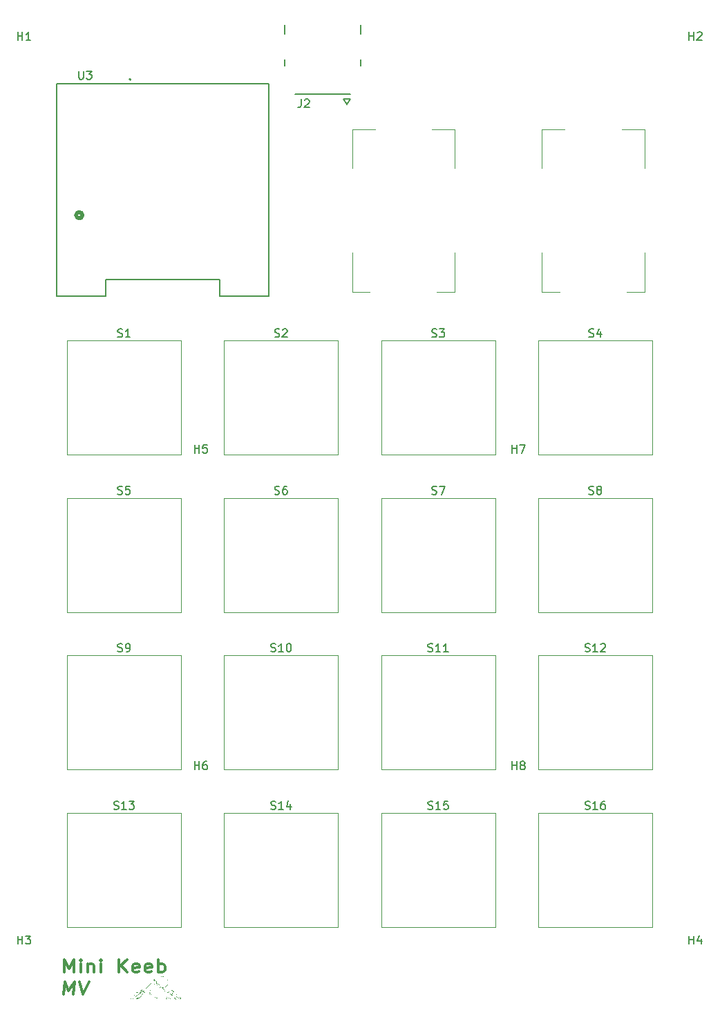
<source format=gbr>
%TF.GenerationSoftware,KiCad,Pcbnew,9.0.0*%
%TF.CreationDate,2025-06-12T15:56:33-06:00*%
%TF.ProjectId,final_macropad,66696e61-6c5f-46d6-9163-726f7061642e,rev?*%
%TF.SameCoordinates,Original*%
%TF.FileFunction,Legend,Top*%
%TF.FilePolarity,Positive*%
%FSLAX46Y46*%
G04 Gerber Fmt 4.6, Leading zero omitted, Abs format (unit mm)*
G04 Created by KiCad (PCBNEW 9.0.0) date 2025-06-12 15:56:33*
%MOMM*%
%LPD*%
G01*
G04 APERTURE LIST*
%ADD10C,0.300000*%
%ADD11C,0.150000*%
%ADD12C,0.000000*%
%ADD13C,0.120000*%
%ADD14C,0.127000*%
%ADD15C,0.200000*%
%ADD16C,0.508000*%
G04 APERTURE END LIST*
D10*
X37958701Y-139754828D02*
X37958701Y-138254828D01*
X37958701Y-138254828D02*
X38551368Y-139326257D01*
X38551368Y-139326257D02*
X39144034Y-138254828D01*
X39144034Y-138254828D02*
X39144034Y-139754828D01*
X39990701Y-139754828D02*
X39990701Y-138754828D01*
X39990701Y-138254828D02*
X39906034Y-138326257D01*
X39906034Y-138326257D02*
X39990701Y-138397685D01*
X39990701Y-138397685D02*
X40075368Y-138326257D01*
X40075368Y-138326257D02*
X39990701Y-138254828D01*
X39990701Y-138254828D02*
X39990701Y-138397685D01*
X40837368Y-138754828D02*
X40837368Y-139754828D01*
X40837368Y-138897685D02*
X40922035Y-138826257D01*
X40922035Y-138826257D02*
X41091368Y-138754828D01*
X41091368Y-138754828D02*
X41345368Y-138754828D01*
X41345368Y-138754828D02*
X41514701Y-138826257D01*
X41514701Y-138826257D02*
X41599368Y-138969114D01*
X41599368Y-138969114D02*
X41599368Y-139754828D01*
X42446035Y-139754828D02*
X42446035Y-138754828D01*
X42446035Y-138254828D02*
X42361368Y-138326257D01*
X42361368Y-138326257D02*
X42446035Y-138397685D01*
X42446035Y-138397685D02*
X42530702Y-138326257D01*
X42530702Y-138326257D02*
X42446035Y-138254828D01*
X42446035Y-138254828D02*
X42446035Y-138397685D01*
X44647369Y-139754828D02*
X44647369Y-138254828D01*
X45663369Y-139754828D02*
X44901369Y-138897685D01*
X45663369Y-138254828D02*
X44647369Y-139111971D01*
X47102702Y-139683400D02*
X46933369Y-139754828D01*
X46933369Y-139754828D02*
X46594702Y-139754828D01*
X46594702Y-139754828D02*
X46425369Y-139683400D01*
X46425369Y-139683400D02*
X46340702Y-139540542D01*
X46340702Y-139540542D02*
X46340702Y-138969114D01*
X46340702Y-138969114D02*
X46425369Y-138826257D01*
X46425369Y-138826257D02*
X46594702Y-138754828D01*
X46594702Y-138754828D02*
X46933369Y-138754828D01*
X46933369Y-138754828D02*
X47102702Y-138826257D01*
X47102702Y-138826257D02*
X47187369Y-138969114D01*
X47187369Y-138969114D02*
X47187369Y-139111971D01*
X47187369Y-139111971D02*
X46340702Y-139254828D01*
X48626702Y-139683400D02*
X48457369Y-139754828D01*
X48457369Y-139754828D02*
X48118702Y-139754828D01*
X48118702Y-139754828D02*
X47949369Y-139683400D01*
X47949369Y-139683400D02*
X47864702Y-139540542D01*
X47864702Y-139540542D02*
X47864702Y-138969114D01*
X47864702Y-138969114D02*
X47949369Y-138826257D01*
X47949369Y-138826257D02*
X48118702Y-138754828D01*
X48118702Y-138754828D02*
X48457369Y-138754828D01*
X48457369Y-138754828D02*
X48626702Y-138826257D01*
X48626702Y-138826257D02*
X48711369Y-138969114D01*
X48711369Y-138969114D02*
X48711369Y-139111971D01*
X48711369Y-139111971D02*
X47864702Y-139254828D01*
X49473369Y-139754828D02*
X49473369Y-138254828D01*
X49473369Y-138826257D02*
X49642702Y-138754828D01*
X49642702Y-138754828D02*
X49981369Y-138754828D01*
X49981369Y-138754828D02*
X50150702Y-138826257D01*
X50150702Y-138826257D02*
X50235369Y-138897685D01*
X50235369Y-138897685D02*
X50320036Y-139040542D01*
X50320036Y-139040542D02*
X50320036Y-139469114D01*
X50320036Y-139469114D02*
X50235369Y-139611971D01*
X50235369Y-139611971D02*
X50150702Y-139683400D01*
X50150702Y-139683400D02*
X49981369Y-139754828D01*
X49981369Y-139754828D02*
X49642702Y-139754828D01*
X49642702Y-139754828D02*
X49473369Y-139683400D01*
X37822772Y-142421828D02*
X38010272Y-140921828D01*
X38010272Y-140921828D02*
X38469010Y-141993257D01*
X38469010Y-141993257D02*
X39195606Y-140921828D01*
X39195606Y-140921828D02*
X39008106Y-142421828D01*
X39788272Y-140921828D02*
X40193439Y-142421828D01*
X40193439Y-142421828D02*
X40973606Y-140921828D01*
D11*
X32238095Y-136307763D02*
X32238095Y-135307763D01*
X32238095Y-135783953D02*
X32809523Y-135783953D01*
X32809523Y-136307763D02*
X32809523Y-135307763D01*
X33190476Y-135307763D02*
X33809523Y-135307763D01*
X33809523Y-135307763D02*
X33476190Y-135688715D01*
X33476190Y-135688715D02*
X33619047Y-135688715D01*
X33619047Y-135688715D02*
X33714285Y-135736334D01*
X33714285Y-135736334D02*
X33761904Y-135783953D01*
X33761904Y-135783953D02*
X33809523Y-135879191D01*
X33809523Y-135879191D02*
X33809523Y-136117286D01*
X33809523Y-136117286D02*
X33761904Y-136212524D01*
X33761904Y-136212524D02*
X33714285Y-136260144D01*
X33714285Y-136260144D02*
X33619047Y-136307763D01*
X33619047Y-136307763D02*
X33333333Y-136307763D01*
X33333333Y-136307763D02*
X33238095Y-136260144D01*
X33238095Y-136260144D02*
X33190476Y-136212524D01*
X114488095Y-136307763D02*
X114488095Y-135307763D01*
X114488095Y-135783953D02*
X115059523Y-135783953D01*
X115059523Y-136307763D02*
X115059523Y-135307763D01*
X115964285Y-135641096D02*
X115964285Y-136307763D01*
X115726190Y-135260144D02*
X115488095Y-135974429D01*
X115488095Y-135974429D02*
X116107142Y-135974429D01*
X82988095Y-61993200D02*
X83130952Y-62040819D01*
X83130952Y-62040819D02*
X83369047Y-62040819D01*
X83369047Y-62040819D02*
X83464285Y-61993200D01*
X83464285Y-61993200D02*
X83511904Y-61945580D01*
X83511904Y-61945580D02*
X83559523Y-61850342D01*
X83559523Y-61850342D02*
X83559523Y-61755104D01*
X83559523Y-61755104D02*
X83511904Y-61659866D01*
X83511904Y-61659866D02*
X83464285Y-61612247D01*
X83464285Y-61612247D02*
X83369047Y-61564628D01*
X83369047Y-61564628D02*
X83178571Y-61517009D01*
X83178571Y-61517009D02*
X83083333Y-61469390D01*
X83083333Y-61469390D02*
X83035714Y-61421771D01*
X83035714Y-61421771D02*
X82988095Y-61326533D01*
X82988095Y-61326533D02*
X82988095Y-61231295D01*
X82988095Y-61231295D02*
X83035714Y-61136057D01*
X83035714Y-61136057D02*
X83083333Y-61088438D01*
X83083333Y-61088438D02*
X83178571Y-61040819D01*
X83178571Y-61040819D02*
X83416666Y-61040819D01*
X83416666Y-61040819D02*
X83559523Y-61088438D01*
X83892857Y-61040819D02*
X84511904Y-61040819D01*
X84511904Y-61040819D02*
X84178571Y-61421771D01*
X84178571Y-61421771D02*
X84321428Y-61421771D01*
X84321428Y-61421771D02*
X84416666Y-61469390D01*
X84416666Y-61469390D02*
X84464285Y-61517009D01*
X84464285Y-61517009D02*
X84511904Y-61612247D01*
X84511904Y-61612247D02*
X84511904Y-61850342D01*
X84511904Y-61850342D02*
X84464285Y-61945580D01*
X84464285Y-61945580D02*
X84416666Y-61993200D01*
X84416666Y-61993200D02*
X84321428Y-62040819D01*
X84321428Y-62040819D02*
X84035714Y-62040819D01*
X84035714Y-62040819D02*
X83940476Y-61993200D01*
X83940476Y-61993200D02*
X83892857Y-61945580D01*
X63261905Y-119783200D02*
X63404762Y-119830819D01*
X63404762Y-119830819D02*
X63642857Y-119830819D01*
X63642857Y-119830819D02*
X63738095Y-119783200D01*
X63738095Y-119783200D02*
X63785714Y-119735580D01*
X63785714Y-119735580D02*
X63833333Y-119640342D01*
X63833333Y-119640342D02*
X63833333Y-119545104D01*
X63833333Y-119545104D02*
X63785714Y-119449866D01*
X63785714Y-119449866D02*
X63738095Y-119402247D01*
X63738095Y-119402247D02*
X63642857Y-119354628D01*
X63642857Y-119354628D02*
X63452381Y-119307009D01*
X63452381Y-119307009D02*
X63357143Y-119259390D01*
X63357143Y-119259390D02*
X63309524Y-119211771D01*
X63309524Y-119211771D02*
X63261905Y-119116533D01*
X63261905Y-119116533D02*
X63261905Y-119021295D01*
X63261905Y-119021295D02*
X63309524Y-118926057D01*
X63309524Y-118926057D02*
X63357143Y-118878438D01*
X63357143Y-118878438D02*
X63452381Y-118830819D01*
X63452381Y-118830819D02*
X63690476Y-118830819D01*
X63690476Y-118830819D02*
X63833333Y-118878438D01*
X64785714Y-119830819D02*
X64214286Y-119830819D01*
X64500000Y-119830819D02*
X64500000Y-118830819D01*
X64500000Y-118830819D02*
X64404762Y-118973676D01*
X64404762Y-118973676D02*
X64309524Y-119068914D01*
X64309524Y-119068914D02*
X64214286Y-119116533D01*
X65642857Y-119164152D02*
X65642857Y-119830819D01*
X65404762Y-118783200D02*
X65166667Y-119497485D01*
X65166667Y-119497485D02*
X65785714Y-119497485D01*
X63738095Y-81243200D02*
X63880952Y-81290819D01*
X63880952Y-81290819D02*
X64119047Y-81290819D01*
X64119047Y-81290819D02*
X64214285Y-81243200D01*
X64214285Y-81243200D02*
X64261904Y-81195580D01*
X64261904Y-81195580D02*
X64309523Y-81100342D01*
X64309523Y-81100342D02*
X64309523Y-81005104D01*
X64309523Y-81005104D02*
X64261904Y-80909866D01*
X64261904Y-80909866D02*
X64214285Y-80862247D01*
X64214285Y-80862247D02*
X64119047Y-80814628D01*
X64119047Y-80814628D02*
X63928571Y-80767009D01*
X63928571Y-80767009D02*
X63833333Y-80719390D01*
X63833333Y-80719390D02*
X63785714Y-80671771D01*
X63785714Y-80671771D02*
X63738095Y-80576533D01*
X63738095Y-80576533D02*
X63738095Y-80481295D01*
X63738095Y-80481295D02*
X63785714Y-80386057D01*
X63785714Y-80386057D02*
X63833333Y-80338438D01*
X63833333Y-80338438D02*
X63928571Y-80290819D01*
X63928571Y-80290819D02*
X64166666Y-80290819D01*
X64166666Y-80290819D02*
X64309523Y-80338438D01*
X65166666Y-80290819D02*
X64976190Y-80290819D01*
X64976190Y-80290819D02*
X64880952Y-80338438D01*
X64880952Y-80338438D02*
X64833333Y-80386057D01*
X64833333Y-80386057D02*
X64738095Y-80528914D01*
X64738095Y-80528914D02*
X64690476Y-80719390D01*
X64690476Y-80719390D02*
X64690476Y-81100342D01*
X64690476Y-81100342D02*
X64738095Y-81195580D01*
X64738095Y-81195580D02*
X64785714Y-81243200D01*
X64785714Y-81243200D02*
X64880952Y-81290819D01*
X64880952Y-81290819D02*
X65071428Y-81290819D01*
X65071428Y-81290819D02*
X65166666Y-81243200D01*
X65166666Y-81243200D02*
X65214285Y-81195580D01*
X65214285Y-81195580D02*
X65261904Y-81100342D01*
X65261904Y-81100342D02*
X65261904Y-80862247D01*
X65261904Y-80862247D02*
X65214285Y-80767009D01*
X65214285Y-80767009D02*
X65166666Y-80719390D01*
X65166666Y-80719390D02*
X65071428Y-80671771D01*
X65071428Y-80671771D02*
X64880952Y-80671771D01*
X64880952Y-80671771D02*
X64785714Y-80719390D01*
X64785714Y-80719390D02*
X64738095Y-80767009D01*
X64738095Y-80767009D02*
X64690476Y-80862247D01*
X92808095Y-114964819D02*
X92808095Y-113964819D01*
X92808095Y-114441009D02*
X93379523Y-114441009D01*
X93379523Y-114964819D02*
X93379523Y-113964819D01*
X93998571Y-114393390D02*
X93903333Y-114345771D01*
X93903333Y-114345771D02*
X93855714Y-114298152D01*
X93855714Y-114298152D02*
X93808095Y-114202914D01*
X93808095Y-114202914D02*
X93808095Y-114155295D01*
X93808095Y-114155295D02*
X93855714Y-114060057D01*
X93855714Y-114060057D02*
X93903333Y-114012438D01*
X93903333Y-114012438D02*
X93998571Y-113964819D01*
X93998571Y-113964819D02*
X94189047Y-113964819D01*
X94189047Y-113964819D02*
X94284285Y-114012438D01*
X94284285Y-114012438D02*
X94331904Y-114060057D01*
X94331904Y-114060057D02*
X94379523Y-114155295D01*
X94379523Y-114155295D02*
X94379523Y-114202914D01*
X94379523Y-114202914D02*
X94331904Y-114298152D01*
X94331904Y-114298152D02*
X94284285Y-114345771D01*
X94284285Y-114345771D02*
X94189047Y-114393390D01*
X94189047Y-114393390D02*
X93998571Y-114393390D01*
X93998571Y-114393390D02*
X93903333Y-114441009D01*
X93903333Y-114441009D02*
X93855714Y-114488628D01*
X93855714Y-114488628D02*
X93808095Y-114583866D01*
X93808095Y-114583866D02*
X93808095Y-114774342D01*
X93808095Y-114774342D02*
X93855714Y-114869580D01*
X93855714Y-114869580D02*
X93903333Y-114917200D01*
X93903333Y-114917200D02*
X93998571Y-114964819D01*
X93998571Y-114964819D02*
X94189047Y-114964819D01*
X94189047Y-114964819D02*
X94284285Y-114917200D01*
X94284285Y-114917200D02*
X94331904Y-114869580D01*
X94331904Y-114869580D02*
X94379523Y-114774342D01*
X94379523Y-114774342D02*
X94379523Y-114583866D01*
X94379523Y-114583866D02*
X94331904Y-114488628D01*
X94331904Y-114488628D02*
X94284285Y-114441009D01*
X94284285Y-114441009D02*
X94189047Y-114393390D01*
X53908095Y-76214819D02*
X53908095Y-75214819D01*
X53908095Y-75691009D02*
X54479523Y-75691009D01*
X54479523Y-76214819D02*
X54479523Y-75214819D01*
X55431904Y-75214819D02*
X54955714Y-75214819D01*
X54955714Y-75214819D02*
X54908095Y-75691009D01*
X54908095Y-75691009D02*
X54955714Y-75643390D01*
X54955714Y-75643390D02*
X55050952Y-75595771D01*
X55050952Y-75595771D02*
X55289047Y-75595771D01*
X55289047Y-75595771D02*
X55384285Y-75643390D01*
X55384285Y-75643390D02*
X55431904Y-75691009D01*
X55431904Y-75691009D02*
X55479523Y-75786247D01*
X55479523Y-75786247D02*
X55479523Y-76024342D01*
X55479523Y-76024342D02*
X55431904Y-76119580D01*
X55431904Y-76119580D02*
X55384285Y-76167200D01*
X55384285Y-76167200D02*
X55289047Y-76214819D01*
X55289047Y-76214819D02*
X55050952Y-76214819D01*
X55050952Y-76214819D02*
X54955714Y-76167200D01*
X54955714Y-76167200D02*
X54908095Y-76119580D01*
X82988095Y-81243200D02*
X83130952Y-81290819D01*
X83130952Y-81290819D02*
X83369047Y-81290819D01*
X83369047Y-81290819D02*
X83464285Y-81243200D01*
X83464285Y-81243200D02*
X83511904Y-81195580D01*
X83511904Y-81195580D02*
X83559523Y-81100342D01*
X83559523Y-81100342D02*
X83559523Y-81005104D01*
X83559523Y-81005104D02*
X83511904Y-80909866D01*
X83511904Y-80909866D02*
X83464285Y-80862247D01*
X83464285Y-80862247D02*
X83369047Y-80814628D01*
X83369047Y-80814628D02*
X83178571Y-80767009D01*
X83178571Y-80767009D02*
X83083333Y-80719390D01*
X83083333Y-80719390D02*
X83035714Y-80671771D01*
X83035714Y-80671771D02*
X82988095Y-80576533D01*
X82988095Y-80576533D02*
X82988095Y-80481295D01*
X82988095Y-80481295D02*
X83035714Y-80386057D01*
X83035714Y-80386057D02*
X83083333Y-80338438D01*
X83083333Y-80338438D02*
X83178571Y-80290819D01*
X83178571Y-80290819D02*
X83416666Y-80290819D01*
X83416666Y-80290819D02*
X83559523Y-80338438D01*
X83892857Y-80290819D02*
X84559523Y-80290819D01*
X84559523Y-80290819D02*
X84130952Y-81290819D01*
X102238095Y-61993200D02*
X102380952Y-62040819D01*
X102380952Y-62040819D02*
X102619047Y-62040819D01*
X102619047Y-62040819D02*
X102714285Y-61993200D01*
X102714285Y-61993200D02*
X102761904Y-61945580D01*
X102761904Y-61945580D02*
X102809523Y-61850342D01*
X102809523Y-61850342D02*
X102809523Y-61755104D01*
X102809523Y-61755104D02*
X102761904Y-61659866D01*
X102761904Y-61659866D02*
X102714285Y-61612247D01*
X102714285Y-61612247D02*
X102619047Y-61564628D01*
X102619047Y-61564628D02*
X102428571Y-61517009D01*
X102428571Y-61517009D02*
X102333333Y-61469390D01*
X102333333Y-61469390D02*
X102285714Y-61421771D01*
X102285714Y-61421771D02*
X102238095Y-61326533D01*
X102238095Y-61326533D02*
X102238095Y-61231295D01*
X102238095Y-61231295D02*
X102285714Y-61136057D01*
X102285714Y-61136057D02*
X102333333Y-61088438D01*
X102333333Y-61088438D02*
X102428571Y-61040819D01*
X102428571Y-61040819D02*
X102666666Y-61040819D01*
X102666666Y-61040819D02*
X102809523Y-61088438D01*
X103666666Y-61374152D02*
X103666666Y-62040819D01*
X103428571Y-60993200D02*
X103190476Y-61707485D01*
X103190476Y-61707485D02*
X103809523Y-61707485D01*
X102238095Y-81243200D02*
X102380952Y-81290819D01*
X102380952Y-81290819D02*
X102619047Y-81290819D01*
X102619047Y-81290819D02*
X102714285Y-81243200D01*
X102714285Y-81243200D02*
X102761904Y-81195580D01*
X102761904Y-81195580D02*
X102809523Y-81100342D01*
X102809523Y-81100342D02*
X102809523Y-81005104D01*
X102809523Y-81005104D02*
X102761904Y-80909866D01*
X102761904Y-80909866D02*
X102714285Y-80862247D01*
X102714285Y-80862247D02*
X102619047Y-80814628D01*
X102619047Y-80814628D02*
X102428571Y-80767009D01*
X102428571Y-80767009D02*
X102333333Y-80719390D01*
X102333333Y-80719390D02*
X102285714Y-80671771D01*
X102285714Y-80671771D02*
X102238095Y-80576533D01*
X102238095Y-80576533D02*
X102238095Y-80481295D01*
X102238095Y-80481295D02*
X102285714Y-80386057D01*
X102285714Y-80386057D02*
X102333333Y-80338438D01*
X102333333Y-80338438D02*
X102428571Y-80290819D01*
X102428571Y-80290819D02*
X102666666Y-80290819D01*
X102666666Y-80290819D02*
X102809523Y-80338438D01*
X103380952Y-80719390D02*
X103285714Y-80671771D01*
X103285714Y-80671771D02*
X103238095Y-80624152D01*
X103238095Y-80624152D02*
X103190476Y-80528914D01*
X103190476Y-80528914D02*
X103190476Y-80481295D01*
X103190476Y-80481295D02*
X103238095Y-80386057D01*
X103238095Y-80386057D02*
X103285714Y-80338438D01*
X103285714Y-80338438D02*
X103380952Y-80290819D01*
X103380952Y-80290819D02*
X103571428Y-80290819D01*
X103571428Y-80290819D02*
X103666666Y-80338438D01*
X103666666Y-80338438D02*
X103714285Y-80386057D01*
X103714285Y-80386057D02*
X103761904Y-80481295D01*
X103761904Y-80481295D02*
X103761904Y-80528914D01*
X103761904Y-80528914D02*
X103714285Y-80624152D01*
X103714285Y-80624152D02*
X103666666Y-80671771D01*
X103666666Y-80671771D02*
X103571428Y-80719390D01*
X103571428Y-80719390D02*
X103380952Y-80719390D01*
X103380952Y-80719390D02*
X103285714Y-80767009D01*
X103285714Y-80767009D02*
X103238095Y-80814628D01*
X103238095Y-80814628D02*
X103190476Y-80909866D01*
X103190476Y-80909866D02*
X103190476Y-81100342D01*
X103190476Y-81100342D02*
X103238095Y-81195580D01*
X103238095Y-81195580D02*
X103285714Y-81243200D01*
X103285714Y-81243200D02*
X103380952Y-81290819D01*
X103380952Y-81290819D02*
X103571428Y-81290819D01*
X103571428Y-81290819D02*
X103666666Y-81243200D01*
X103666666Y-81243200D02*
X103714285Y-81195580D01*
X103714285Y-81195580D02*
X103761904Y-81100342D01*
X103761904Y-81100342D02*
X103761904Y-80909866D01*
X103761904Y-80909866D02*
X103714285Y-80814628D01*
X103714285Y-80814628D02*
X103666666Y-80767009D01*
X103666666Y-80767009D02*
X103571428Y-80719390D01*
X32238095Y-25701875D02*
X32238095Y-24701875D01*
X32238095Y-25178065D02*
X32809523Y-25178065D01*
X32809523Y-25701875D02*
X32809523Y-24701875D01*
X33809523Y-25701875D02*
X33238095Y-25701875D01*
X33523809Y-25701875D02*
X33523809Y-24701875D01*
X33523809Y-24701875D02*
X33428571Y-24844732D01*
X33428571Y-24844732D02*
X33333333Y-24939970D01*
X33333333Y-24939970D02*
X33238095Y-24987589D01*
X53908095Y-114964819D02*
X53908095Y-113964819D01*
X53908095Y-114441009D02*
X54479523Y-114441009D01*
X54479523Y-114964819D02*
X54479523Y-113964819D01*
X55384285Y-113964819D02*
X55193809Y-113964819D01*
X55193809Y-113964819D02*
X55098571Y-114012438D01*
X55098571Y-114012438D02*
X55050952Y-114060057D01*
X55050952Y-114060057D02*
X54955714Y-114202914D01*
X54955714Y-114202914D02*
X54908095Y-114393390D01*
X54908095Y-114393390D02*
X54908095Y-114774342D01*
X54908095Y-114774342D02*
X54955714Y-114869580D01*
X54955714Y-114869580D02*
X55003333Y-114917200D01*
X55003333Y-114917200D02*
X55098571Y-114964819D01*
X55098571Y-114964819D02*
X55289047Y-114964819D01*
X55289047Y-114964819D02*
X55384285Y-114917200D01*
X55384285Y-114917200D02*
X55431904Y-114869580D01*
X55431904Y-114869580D02*
X55479523Y-114774342D01*
X55479523Y-114774342D02*
X55479523Y-114536247D01*
X55479523Y-114536247D02*
X55431904Y-114441009D01*
X55431904Y-114441009D02*
X55384285Y-114393390D01*
X55384285Y-114393390D02*
X55289047Y-114345771D01*
X55289047Y-114345771D02*
X55098571Y-114345771D01*
X55098571Y-114345771D02*
X55003333Y-114393390D01*
X55003333Y-114393390D02*
X54955714Y-114441009D01*
X54955714Y-114441009D02*
X54908095Y-114536247D01*
X44488095Y-81243200D02*
X44630952Y-81290819D01*
X44630952Y-81290819D02*
X44869047Y-81290819D01*
X44869047Y-81290819D02*
X44964285Y-81243200D01*
X44964285Y-81243200D02*
X45011904Y-81195580D01*
X45011904Y-81195580D02*
X45059523Y-81100342D01*
X45059523Y-81100342D02*
X45059523Y-81005104D01*
X45059523Y-81005104D02*
X45011904Y-80909866D01*
X45011904Y-80909866D02*
X44964285Y-80862247D01*
X44964285Y-80862247D02*
X44869047Y-80814628D01*
X44869047Y-80814628D02*
X44678571Y-80767009D01*
X44678571Y-80767009D02*
X44583333Y-80719390D01*
X44583333Y-80719390D02*
X44535714Y-80671771D01*
X44535714Y-80671771D02*
X44488095Y-80576533D01*
X44488095Y-80576533D02*
X44488095Y-80481295D01*
X44488095Y-80481295D02*
X44535714Y-80386057D01*
X44535714Y-80386057D02*
X44583333Y-80338438D01*
X44583333Y-80338438D02*
X44678571Y-80290819D01*
X44678571Y-80290819D02*
X44916666Y-80290819D01*
X44916666Y-80290819D02*
X45059523Y-80338438D01*
X45964285Y-80290819D02*
X45488095Y-80290819D01*
X45488095Y-80290819D02*
X45440476Y-80767009D01*
X45440476Y-80767009D02*
X45488095Y-80719390D01*
X45488095Y-80719390D02*
X45583333Y-80671771D01*
X45583333Y-80671771D02*
X45821428Y-80671771D01*
X45821428Y-80671771D02*
X45916666Y-80719390D01*
X45916666Y-80719390D02*
X45964285Y-80767009D01*
X45964285Y-80767009D02*
X46011904Y-80862247D01*
X46011904Y-80862247D02*
X46011904Y-81100342D01*
X46011904Y-81100342D02*
X45964285Y-81195580D01*
X45964285Y-81195580D02*
X45916666Y-81243200D01*
X45916666Y-81243200D02*
X45821428Y-81290819D01*
X45821428Y-81290819D02*
X45583333Y-81290819D01*
X45583333Y-81290819D02*
X45488095Y-81243200D01*
X45488095Y-81243200D02*
X45440476Y-81195580D01*
X44488095Y-61993200D02*
X44630952Y-62040819D01*
X44630952Y-62040819D02*
X44869047Y-62040819D01*
X44869047Y-62040819D02*
X44964285Y-61993200D01*
X44964285Y-61993200D02*
X45011904Y-61945580D01*
X45011904Y-61945580D02*
X45059523Y-61850342D01*
X45059523Y-61850342D02*
X45059523Y-61755104D01*
X45059523Y-61755104D02*
X45011904Y-61659866D01*
X45011904Y-61659866D02*
X44964285Y-61612247D01*
X44964285Y-61612247D02*
X44869047Y-61564628D01*
X44869047Y-61564628D02*
X44678571Y-61517009D01*
X44678571Y-61517009D02*
X44583333Y-61469390D01*
X44583333Y-61469390D02*
X44535714Y-61421771D01*
X44535714Y-61421771D02*
X44488095Y-61326533D01*
X44488095Y-61326533D02*
X44488095Y-61231295D01*
X44488095Y-61231295D02*
X44535714Y-61136057D01*
X44535714Y-61136057D02*
X44583333Y-61088438D01*
X44583333Y-61088438D02*
X44678571Y-61040819D01*
X44678571Y-61040819D02*
X44916666Y-61040819D01*
X44916666Y-61040819D02*
X45059523Y-61088438D01*
X46011904Y-62040819D02*
X45440476Y-62040819D01*
X45726190Y-62040819D02*
X45726190Y-61040819D01*
X45726190Y-61040819D02*
X45630952Y-61183676D01*
X45630952Y-61183676D02*
X45535714Y-61278914D01*
X45535714Y-61278914D02*
X45440476Y-61326533D01*
X63261905Y-100493200D02*
X63404762Y-100540819D01*
X63404762Y-100540819D02*
X63642857Y-100540819D01*
X63642857Y-100540819D02*
X63738095Y-100493200D01*
X63738095Y-100493200D02*
X63785714Y-100445580D01*
X63785714Y-100445580D02*
X63833333Y-100350342D01*
X63833333Y-100350342D02*
X63833333Y-100255104D01*
X63833333Y-100255104D02*
X63785714Y-100159866D01*
X63785714Y-100159866D02*
X63738095Y-100112247D01*
X63738095Y-100112247D02*
X63642857Y-100064628D01*
X63642857Y-100064628D02*
X63452381Y-100017009D01*
X63452381Y-100017009D02*
X63357143Y-99969390D01*
X63357143Y-99969390D02*
X63309524Y-99921771D01*
X63309524Y-99921771D02*
X63261905Y-99826533D01*
X63261905Y-99826533D02*
X63261905Y-99731295D01*
X63261905Y-99731295D02*
X63309524Y-99636057D01*
X63309524Y-99636057D02*
X63357143Y-99588438D01*
X63357143Y-99588438D02*
X63452381Y-99540819D01*
X63452381Y-99540819D02*
X63690476Y-99540819D01*
X63690476Y-99540819D02*
X63833333Y-99588438D01*
X64785714Y-100540819D02*
X64214286Y-100540819D01*
X64500000Y-100540819D02*
X64500000Y-99540819D01*
X64500000Y-99540819D02*
X64404762Y-99683676D01*
X64404762Y-99683676D02*
X64309524Y-99778914D01*
X64309524Y-99778914D02*
X64214286Y-99826533D01*
X65404762Y-99540819D02*
X65500000Y-99540819D01*
X65500000Y-99540819D02*
X65595238Y-99588438D01*
X65595238Y-99588438D02*
X65642857Y-99636057D01*
X65642857Y-99636057D02*
X65690476Y-99731295D01*
X65690476Y-99731295D02*
X65738095Y-99921771D01*
X65738095Y-99921771D02*
X65738095Y-100159866D01*
X65738095Y-100159866D02*
X65690476Y-100350342D01*
X65690476Y-100350342D02*
X65642857Y-100445580D01*
X65642857Y-100445580D02*
X65595238Y-100493200D01*
X65595238Y-100493200D02*
X65500000Y-100540819D01*
X65500000Y-100540819D02*
X65404762Y-100540819D01*
X65404762Y-100540819D02*
X65309524Y-100493200D01*
X65309524Y-100493200D02*
X65261905Y-100445580D01*
X65261905Y-100445580D02*
X65214286Y-100350342D01*
X65214286Y-100350342D02*
X65166667Y-100159866D01*
X65166667Y-100159866D02*
X65166667Y-99921771D01*
X65166667Y-99921771D02*
X65214286Y-99731295D01*
X65214286Y-99731295D02*
X65261905Y-99636057D01*
X65261905Y-99636057D02*
X65309524Y-99588438D01*
X65309524Y-99588438D02*
X65404762Y-99540819D01*
X92808095Y-76214819D02*
X92808095Y-75214819D01*
X92808095Y-75691009D02*
X93379523Y-75691009D01*
X93379523Y-76214819D02*
X93379523Y-75214819D01*
X93760476Y-75214819D02*
X94427142Y-75214819D01*
X94427142Y-75214819D02*
X93998571Y-76214819D01*
X114488095Y-25701875D02*
X114488095Y-24701875D01*
X114488095Y-25178065D02*
X115059523Y-25178065D01*
X115059523Y-25701875D02*
X115059523Y-24701875D01*
X115488095Y-24797113D02*
X115535714Y-24749494D01*
X115535714Y-24749494D02*
X115630952Y-24701875D01*
X115630952Y-24701875D02*
X115869047Y-24701875D01*
X115869047Y-24701875D02*
X115964285Y-24749494D01*
X115964285Y-24749494D02*
X116011904Y-24797113D01*
X116011904Y-24797113D02*
X116059523Y-24892351D01*
X116059523Y-24892351D02*
X116059523Y-24987589D01*
X116059523Y-24987589D02*
X116011904Y-25130446D01*
X116011904Y-25130446D02*
X115440476Y-25701875D01*
X115440476Y-25701875D02*
X116059523Y-25701875D01*
X101761905Y-100493200D02*
X101904762Y-100540819D01*
X101904762Y-100540819D02*
X102142857Y-100540819D01*
X102142857Y-100540819D02*
X102238095Y-100493200D01*
X102238095Y-100493200D02*
X102285714Y-100445580D01*
X102285714Y-100445580D02*
X102333333Y-100350342D01*
X102333333Y-100350342D02*
X102333333Y-100255104D01*
X102333333Y-100255104D02*
X102285714Y-100159866D01*
X102285714Y-100159866D02*
X102238095Y-100112247D01*
X102238095Y-100112247D02*
X102142857Y-100064628D01*
X102142857Y-100064628D02*
X101952381Y-100017009D01*
X101952381Y-100017009D02*
X101857143Y-99969390D01*
X101857143Y-99969390D02*
X101809524Y-99921771D01*
X101809524Y-99921771D02*
X101761905Y-99826533D01*
X101761905Y-99826533D02*
X101761905Y-99731295D01*
X101761905Y-99731295D02*
X101809524Y-99636057D01*
X101809524Y-99636057D02*
X101857143Y-99588438D01*
X101857143Y-99588438D02*
X101952381Y-99540819D01*
X101952381Y-99540819D02*
X102190476Y-99540819D01*
X102190476Y-99540819D02*
X102333333Y-99588438D01*
X103285714Y-100540819D02*
X102714286Y-100540819D01*
X103000000Y-100540819D02*
X103000000Y-99540819D01*
X103000000Y-99540819D02*
X102904762Y-99683676D01*
X102904762Y-99683676D02*
X102809524Y-99778914D01*
X102809524Y-99778914D02*
X102714286Y-99826533D01*
X103666667Y-99636057D02*
X103714286Y-99588438D01*
X103714286Y-99588438D02*
X103809524Y-99540819D01*
X103809524Y-99540819D02*
X104047619Y-99540819D01*
X104047619Y-99540819D02*
X104142857Y-99588438D01*
X104142857Y-99588438D02*
X104190476Y-99636057D01*
X104190476Y-99636057D02*
X104238095Y-99731295D01*
X104238095Y-99731295D02*
X104238095Y-99826533D01*
X104238095Y-99826533D02*
X104190476Y-99969390D01*
X104190476Y-99969390D02*
X103619048Y-100540819D01*
X103619048Y-100540819D02*
X104238095Y-100540819D01*
X39713095Y-29484819D02*
X39713095Y-30294342D01*
X39713095Y-30294342D02*
X39760714Y-30389580D01*
X39760714Y-30389580D02*
X39808333Y-30437200D01*
X39808333Y-30437200D02*
X39903571Y-30484819D01*
X39903571Y-30484819D02*
X40094047Y-30484819D01*
X40094047Y-30484819D02*
X40189285Y-30437200D01*
X40189285Y-30437200D02*
X40236904Y-30389580D01*
X40236904Y-30389580D02*
X40284523Y-30294342D01*
X40284523Y-30294342D02*
X40284523Y-29484819D01*
X40665476Y-29484819D02*
X41284523Y-29484819D01*
X41284523Y-29484819D02*
X40951190Y-29865771D01*
X40951190Y-29865771D02*
X41094047Y-29865771D01*
X41094047Y-29865771D02*
X41189285Y-29913390D01*
X41189285Y-29913390D02*
X41236904Y-29961009D01*
X41236904Y-29961009D02*
X41284523Y-30056247D01*
X41284523Y-30056247D02*
X41284523Y-30294342D01*
X41284523Y-30294342D02*
X41236904Y-30389580D01*
X41236904Y-30389580D02*
X41189285Y-30437200D01*
X41189285Y-30437200D02*
X41094047Y-30484819D01*
X41094047Y-30484819D02*
X40808333Y-30484819D01*
X40808333Y-30484819D02*
X40713095Y-30437200D01*
X40713095Y-30437200D02*
X40665476Y-30389580D01*
X63738095Y-61993200D02*
X63880952Y-62040819D01*
X63880952Y-62040819D02*
X64119047Y-62040819D01*
X64119047Y-62040819D02*
X64214285Y-61993200D01*
X64214285Y-61993200D02*
X64261904Y-61945580D01*
X64261904Y-61945580D02*
X64309523Y-61850342D01*
X64309523Y-61850342D02*
X64309523Y-61755104D01*
X64309523Y-61755104D02*
X64261904Y-61659866D01*
X64261904Y-61659866D02*
X64214285Y-61612247D01*
X64214285Y-61612247D02*
X64119047Y-61564628D01*
X64119047Y-61564628D02*
X63928571Y-61517009D01*
X63928571Y-61517009D02*
X63833333Y-61469390D01*
X63833333Y-61469390D02*
X63785714Y-61421771D01*
X63785714Y-61421771D02*
X63738095Y-61326533D01*
X63738095Y-61326533D02*
X63738095Y-61231295D01*
X63738095Y-61231295D02*
X63785714Y-61136057D01*
X63785714Y-61136057D02*
X63833333Y-61088438D01*
X63833333Y-61088438D02*
X63928571Y-61040819D01*
X63928571Y-61040819D02*
X64166666Y-61040819D01*
X64166666Y-61040819D02*
X64309523Y-61088438D01*
X64690476Y-61136057D02*
X64738095Y-61088438D01*
X64738095Y-61088438D02*
X64833333Y-61040819D01*
X64833333Y-61040819D02*
X65071428Y-61040819D01*
X65071428Y-61040819D02*
X65166666Y-61088438D01*
X65166666Y-61088438D02*
X65214285Y-61136057D01*
X65214285Y-61136057D02*
X65261904Y-61231295D01*
X65261904Y-61231295D02*
X65261904Y-61326533D01*
X65261904Y-61326533D02*
X65214285Y-61469390D01*
X65214285Y-61469390D02*
X64642857Y-62040819D01*
X64642857Y-62040819D02*
X65261904Y-62040819D01*
X44488095Y-100493200D02*
X44630952Y-100540819D01*
X44630952Y-100540819D02*
X44869047Y-100540819D01*
X44869047Y-100540819D02*
X44964285Y-100493200D01*
X44964285Y-100493200D02*
X45011904Y-100445580D01*
X45011904Y-100445580D02*
X45059523Y-100350342D01*
X45059523Y-100350342D02*
X45059523Y-100255104D01*
X45059523Y-100255104D02*
X45011904Y-100159866D01*
X45011904Y-100159866D02*
X44964285Y-100112247D01*
X44964285Y-100112247D02*
X44869047Y-100064628D01*
X44869047Y-100064628D02*
X44678571Y-100017009D01*
X44678571Y-100017009D02*
X44583333Y-99969390D01*
X44583333Y-99969390D02*
X44535714Y-99921771D01*
X44535714Y-99921771D02*
X44488095Y-99826533D01*
X44488095Y-99826533D02*
X44488095Y-99731295D01*
X44488095Y-99731295D02*
X44535714Y-99636057D01*
X44535714Y-99636057D02*
X44583333Y-99588438D01*
X44583333Y-99588438D02*
X44678571Y-99540819D01*
X44678571Y-99540819D02*
X44916666Y-99540819D01*
X44916666Y-99540819D02*
X45059523Y-99588438D01*
X45535714Y-100540819D02*
X45726190Y-100540819D01*
X45726190Y-100540819D02*
X45821428Y-100493200D01*
X45821428Y-100493200D02*
X45869047Y-100445580D01*
X45869047Y-100445580D02*
X45964285Y-100302723D01*
X45964285Y-100302723D02*
X46011904Y-100112247D01*
X46011904Y-100112247D02*
X46011904Y-99731295D01*
X46011904Y-99731295D02*
X45964285Y-99636057D01*
X45964285Y-99636057D02*
X45916666Y-99588438D01*
X45916666Y-99588438D02*
X45821428Y-99540819D01*
X45821428Y-99540819D02*
X45630952Y-99540819D01*
X45630952Y-99540819D02*
X45535714Y-99588438D01*
X45535714Y-99588438D02*
X45488095Y-99636057D01*
X45488095Y-99636057D02*
X45440476Y-99731295D01*
X45440476Y-99731295D02*
X45440476Y-99969390D01*
X45440476Y-99969390D02*
X45488095Y-100064628D01*
X45488095Y-100064628D02*
X45535714Y-100112247D01*
X45535714Y-100112247D02*
X45630952Y-100159866D01*
X45630952Y-100159866D02*
X45821428Y-100159866D01*
X45821428Y-100159866D02*
X45916666Y-100112247D01*
X45916666Y-100112247D02*
X45964285Y-100064628D01*
X45964285Y-100064628D02*
X46011904Y-99969390D01*
X66965166Y-32939319D02*
X66965166Y-33653604D01*
X66965166Y-33653604D02*
X66917547Y-33796461D01*
X66917547Y-33796461D02*
X66822309Y-33891700D01*
X66822309Y-33891700D02*
X66679452Y-33939319D01*
X66679452Y-33939319D02*
X66584214Y-33939319D01*
X67393738Y-33034557D02*
X67441357Y-32986938D01*
X67441357Y-32986938D02*
X67536595Y-32939319D01*
X67536595Y-32939319D02*
X67774690Y-32939319D01*
X67774690Y-32939319D02*
X67869928Y-32986938D01*
X67869928Y-32986938D02*
X67917547Y-33034557D01*
X67917547Y-33034557D02*
X67965166Y-33129795D01*
X67965166Y-33129795D02*
X67965166Y-33225033D01*
X67965166Y-33225033D02*
X67917547Y-33367890D01*
X67917547Y-33367890D02*
X67346119Y-33939319D01*
X67346119Y-33939319D02*
X67965166Y-33939319D01*
X82511905Y-119783200D02*
X82654762Y-119830819D01*
X82654762Y-119830819D02*
X82892857Y-119830819D01*
X82892857Y-119830819D02*
X82988095Y-119783200D01*
X82988095Y-119783200D02*
X83035714Y-119735580D01*
X83035714Y-119735580D02*
X83083333Y-119640342D01*
X83083333Y-119640342D02*
X83083333Y-119545104D01*
X83083333Y-119545104D02*
X83035714Y-119449866D01*
X83035714Y-119449866D02*
X82988095Y-119402247D01*
X82988095Y-119402247D02*
X82892857Y-119354628D01*
X82892857Y-119354628D02*
X82702381Y-119307009D01*
X82702381Y-119307009D02*
X82607143Y-119259390D01*
X82607143Y-119259390D02*
X82559524Y-119211771D01*
X82559524Y-119211771D02*
X82511905Y-119116533D01*
X82511905Y-119116533D02*
X82511905Y-119021295D01*
X82511905Y-119021295D02*
X82559524Y-118926057D01*
X82559524Y-118926057D02*
X82607143Y-118878438D01*
X82607143Y-118878438D02*
X82702381Y-118830819D01*
X82702381Y-118830819D02*
X82940476Y-118830819D01*
X82940476Y-118830819D02*
X83083333Y-118878438D01*
X84035714Y-119830819D02*
X83464286Y-119830819D01*
X83750000Y-119830819D02*
X83750000Y-118830819D01*
X83750000Y-118830819D02*
X83654762Y-118973676D01*
X83654762Y-118973676D02*
X83559524Y-119068914D01*
X83559524Y-119068914D02*
X83464286Y-119116533D01*
X84940476Y-118830819D02*
X84464286Y-118830819D01*
X84464286Y-118830819D02*
X84416667Y-119307009D01*
X84416667Y-119307009D02*
X84464286Y-119259390D01*
X84464286Y-119259390D02*
X84559524Y-119211771D01*
X84559524Y-119211771D02*
X84797619Y-119211771D01*
X84797619Y-119211771D02*
X84892857Y-119259390D01*
X84892857Y-119259390D02*
X84940476Y-119307009D01*
X84940476Y-119307009D02*
X84988095Y-119402247D01*
X84988095Y-119402247D02*
X84988095Y-119640342D01*
X84988095Y-119640342D02*
X84940476Y-119735580D01*
X84940476Y-119735580D02*
X84892857Y-119783200D01*
X84892857Y-119783200D02*
X84797619Y-119830819D01*
X84797619Y-119830819D02*
X84559524Y-119830819D01*
X84559524Y-119830819D02*
X84464286Y-119783200D01*
X84464286Y-119783200D02*
X84416667Y-119735580D01*
X101761905Y-119783200D02*
X101904762Y-119830819D01*
X101904762Y-119830819D02*
X102142857Y-119830819D01*
X102142857Y-119830819D02*
X102238095Y-119783200D01*
X102238095Y-119783200D02*
X102285714Y-119735580D01*
X102285714Y-119735580D02*
X102333333Y-119640342D01*
X102333333Y-119640342D02*
X102333333Y-119545104D01*
X102333333Y-119545104D02*
X102285714Y-119449866D01*
X102285714Y-119449866D02*
X102238095Y-119402247D01*
X102238095Y-119402247D02*
X102142857Y-119354628D01*
X102142857Y-119354628D02*
X101952381Y-119307009D01*
X101952381Y-119307009D02*
X101857143Y-119259390D01*
X101857143Y-119259390D02*
X101809524Y-119211771D01*
X101809524Y-119211771D02*
X101761905Y-119116533D01*
X101761905Y-119116533D02*
X101761905Y-119021295D01*
X101761905Y-119021295D02*
X101809524Y-118926057D01*
X101809524Y-118926057D02*
X101857143Y-118878438D01*
X101857143Y-118878438D02*
X101952381Y-118830819D01*
X101952381Y-118830819D02*
X102190476Y-118830819D01*
X102190476Y-118830819D02*
X102333333Y-118878438D01*
X103285714Y-119830819D02*
X102714286Y-119830819D01*
X103000000Y-119830819D02*
X103000000Y-118830819D01*
X103000000Y-118830819D02*
X102904762Y-118973676D01*
X102904762Y-118973676D02*
X102809524Y-119068914D01*
X102809524Y-119068914D02*
X102714286Y-119116533D01*
X104142857Y-118830819D02*
X103952381Y-118830819D01*
X103952381Y-118830819D02*
X103857143Y-118878438D01*
X103857143Y-118878438D02*
X103809524Y-118926057D01*
X103809524Y-118926057D02*
X103714286Y-119068914D01*
X103714286Y-119068914D02*
X103666667Y-119259390D01*
X103666667Y-119259390D02*
X103666667Y-119640342D01*
X103666667Y-119640342D02*
X103714286Y-119735580D01*
X103714286Y-119735580D02*
X103761905Y-119783200D01*
X103761905Y-119783200D02*
X103857143Y-119830819D01*
X103857143Y-119830819D02*
X104047619Y-119830819D01*
X104047619Y-119830819D02*
X104142857Y-119783200D01*
X104142857Y-119783200D02*
X104190476Y-119735580D01*
X104190476Y-119735580D02*
X104238095Y-119640342D01*
X104238095Y-119640342D02*
X104238095Y-119402247D01*
X104238095Y-119402247D02*
X104190476Y-119307009D01*
X104190476Y-119307009D02*
X104142857Y-119259390D01*
X104142857Y-119259390D02*
X104047619Y-119211771D01*
X104047619Y-119211771D02*
X103857143Y-119211771D01*
X103857143Y-119211771D02*
X103761905Y-119259390D01*
X103761905Y-119259390D02*
X103714286Y-119307009D01*
X103714286Y-119307009D02*
X103666667Y-119402247D01*
X44011905Y-119783200D02*
X44154762Y-119830819D01*
X44154762Y-119830819D02*
X44392857Y-119830819D01*
X44392857Y-119830819D02*
X44488095Y-119783200D01*
X44488095Y-119783200D02*
X44535714Y-119735580D01*
X44535714Y-119735580D02*
X44583333Y-119640342D01*
X44583333Y-119640342D02*
X44583333Y-119545104D01*
X44583333Y-119545104D02*
X44535714Y-119449866D01*
X44535714Y-119449866D02*
X44488095Y-119402247D01*
X44488095Y-119402247D02*
X44392857Y-119354628D01*
X44392857Y-119354628D02*
X44202381Y-119307009D01*
X44202381Y-119307009D02*
X44107143Y-119259390D01*
X44107143Y-119259390D02*
X44059524Y-119211771D01*
X44059524Y-119211771D02*
X44011905Y-119116533D01*
X44011905Y-119116533D02*
X44011905Y-119021295D01*
X44011905Y-119021295D02*
X44059524Y-118926057D01*
X44059524Y-118926057D02*
X44107143Y-118878438D01*
X44107143Y-118878438D02*
X44202381Y-118830819D01*
X44202381Y-118830819D02*
X44440476Y-118830819D01*
X44440476Y-118830819D02*
X44583333Y-118878438D01*
X45535714Y-119830819D02*
X44964286Y-119830819D01*
X45250000Y-119830819D02*
X45250000Y-118830819D01*
X45250000Y-118830819D02*
X45154762Y-118973676D01*
X45154762Y-118973676D02*
X45059524Y-119068914D01*
X45059524Y-119068914D02*
X44964286Y-119116533D01*
X45869048Y-118830819D02*
X46488095Y-118830819D01*
X46488095Y-118830819D02*
X46154762Y-119211771D01*
X46154762Y-119211771D02*
X46297619Y-119211771D01*
X46297619Y-119211771D02*
X46392857Y-119259390D01*
X46392857Y-119259390D02*
X46440476Y-119307009D01*
X46440476Y-119307009D02*
X46488095Y-119402247D01*
X46488095Y-119402247D02*
X46488095Y-119640342D01*
X46488095Y-119640342D02*
X46440476Y-119735580D01*
X46440476Y-119735580D02*
X46392857Y-119783200D01*
X46392857Y-119783200D02*
X46297619Y-119830819D01*
X46297619Y-119830819D02*
X46011905Y-119830819D01*
X46011905Y-119830819D02*
X45916667Y-119783200D01*
X45916667Y-119783200D02*
X45869048Y-119735580D01*
X82511905Y-100493200D02*
X82654762Y-100540819D01*
X82654762Y-100540819D02*
X82892857Y-100540819D01*
X82892857Y-100540819D02*
X82988095Y-100493200D01*
X82988095Y-100493200D02*
X83035714Y-100445580D01*
X83035714Y-100445580D02*
X83083333Y-100350342D01*
X83083333Y-100350342D02*
X83083333Y-100255104D01*
X83083333Y-100255104D02*
X83035714Y-100159866D01*
X83035714Y-100159866D02*
X82988095Y-100112247D01*
X82988095Y-100112247D02*
X82892857Y-100064628D01*
X82892857Y-100064628D02*
X82702381Y-100017009D01*
X82702381Y-100017009D02*
X82607143Y-99969390D01*
X82607143Y-99969390D02*
X82559524Y-99921771D01*
X82559524Y-99921771D02*
X82511905Y-99826533D01*
X82511905Y-99826533D02*
X82511905Y-99731295D01*
X82511905Y-99731295D02*
X82559524Y-99636057D01*
X82559524Y-99636057D02*
X82607143Y-99588438D01*
X82607143Y-99588438D02*
X82702381Y-99540819D01*
X82702381Y-99540819D02*
X82940476Y-99540819D01*
X82940476Y-99540819D02*
X83083333Y-99588438D01*
X84035714Y-100540819D02*
X83464286Y-100540819D01*
X83750000Y-100540819D02*
X83750000Y-99540819D01*
X83750000Y-99540819D02*
X83654762Y-99683676D01*
X83654762Y-99683676D02*
X83559524Y-99778914D01*
X83559524Y-99778914D02*
X83464286Y-99826533D01*
X84988095Y-100540819D02*
X84416667Y-100540819D01*
X84702381Y-100540819D02*
X84702381Y-99540819D01*
X84702381Y-99540819D02*
X84607143Y-99683676D01*
X84607143Y-99683676D02*
X84511905Y-99778914D01*
X84511905Y-99778914D02*
X84416667Y-99826533D01*
D12*
%TO.C,G\u002A\u002A\u002A*%
G36*
X48901868Y-142340986D02*
G01*
X48966647Y-142343352D01*
X48994974Y-142345979D01*
X48984914Y-142348186D01*
X48939958Y-142349795D01*
X48863598Y-142350624D01*
X48824432Y-142350697D01*
X48737441Y-142350197D01*
X48681541Y-142348866D01*
X48659881Y-142346884D01*
X48675609Y-142344430D01*
X48694429Y-142343286D01*
X48794429Y-142340474D01*
X48901868Y-142340986D01*
G37*
G36*
X50038942Y-140295395D02*
G01*
X50193277Y-140328346D01*
X50339706Y-140401813D01*
X50449438Y-140488775D01*
X50553360Y-140607559D01*
X50625925Y-140737204D01*
X50664392Y-140870707D01*
X50666021Y-141001062D01*
X50660974Y-141029505D01*
X50651753Y-141068514D01*
X50646368Y-141076982D01*
X50643838Y-141051422D01*
X50643183Y-140988346D01*
X50643196Y-140966335D01*
X50623723Y-140808151D01*
X50567201Y-140663966D01*
X50477250Y-140537769D01*
X50357485Y-140433547D01*
X50211525Y-140355290D01*
X50045545Y-140307447D01*
X49934243Y-140287173D01*
X50038942Y-140295395D01*
G37*
G36*
X49209999Y-142368953D02*
G01*
X49281801Y-142391610D01*
X49358398Y-142423790D01*
X49444978Y-142460250D01*
X49552265Y-142498599D01*
X49660065Y-142531735D01*
X49682965Y-142537913D01*
X49757720Y-142558710D01*
X49807421Y-142575136D01*
X49826164Y-142585062D01*
X49819074Y-142587020D01*
X49774015Y-142581037D01*
X49703334Y-142565328D01*
X49621240Y-142543105D01*
X49609676Y-142539666D01*
X49518797Y-142509629D01*
X49430213Y-142475914D01*
X49362789Y-142445712D01*
X49361670Y-142445132D01*
X49285349Y-142411688D01*
X49205404Y-142385678D01*
X49183681Y-142380640D01*
X49134316Y-142370009D01*
X49123757Y-142364314D01*
X49149507Y-142361547D01*
X49159469Y-142361144D01*
X49209999Y-142368953D01*
G37*
G36*
X49802677Y-140307349D02*
G01*
X49654593Y-140350482D01*
X49530011Y-140423901D01*
X49458956Y-140488180D01*
X49383556Y-140586714D01*
X49319021Y-140708459D01*
X49274341Y-140834789D01*
X49261881Y-140896521D01*
X49248954Y-140990828D01*
X49402266Y-141115165D01*
X49484139Y-141186457D01*
X49565431Y-141265376D01*
X49631586Y-141337593D01*
X49645052Y-141354196D01*
X49706976Y-141431177D01*
X49774141Y-141511075D01*
X49817930Y-141560892D01*
X49866072Y-141611969D01*
X49901961Y-141638284D01*
X49941237Y-141646310D01*
X49999543Y-141642520D01*
X50012017Y-141641215D01*
X50173496Y-141603805D01*
X50321298Y-141529595D01*
X50449231Y-141422991D01*
X50551102Y-141288399D01*
X50577965Y-141238553D01*
X50606623Y-141184122D01*
X50623773Y-141160031D01*
X50626702Y-141169926D01*
X50625835Y-141174177D01*
X50595228Y-141252327D01*
X50540240Y-141341835D01*
X50470466Y-141429571D01*
X50395498Y-141502405D01*
X50373817Y-141519109D01*
X50278291Y-141576655D01*
X50170369Y-141624421D01*
X50065204Y-141656663D01*
X49981880Y-141667681D01*
X49920913Y-141659280D01*
X49862948Y-141631084D01*
X49801800Y-141578216D01*
X49731278Y-141495798D01*
X49683768Y-141432706D01*
X49600852Y-141331221D01*
X49501420Y-141227217D01*
X49409945Y-141145028D01*
X49253699Y-141018350D01*
X49254159Y-141097042D01*
X49274421Y-141206339D01*
X49329857Y-141316973D01*
X49414311Y-141423504D01*
X49521630Y-141520491D01*
X49645659Y-141602495D01*
X49780243Y-141664075D01*
X49919229Y-141699792D01*
X49939098Y-141702467D01*
X50001360Y-141712118D01*
X50040450Y-141729336D01*
X50070859Y-141764478D01*
X50102296Y-141819093D01*
X50176213Y-141937584D01*
X50253401Y-142022580D01*
X50342221Y-142082155D01*
X50401417Y-142107893D01*
X50478845Y-142139024D01*
X50550491Y-142171699D01*
X50585258Y-142189999D01*
X50649959Y-142227824D01*
X50654495Y-142224842D01*
X50712784Y-142224842D01*
X50716939Y-142239000D01*
X50736647Y-142251950D01*
X50759644Y-142263714D01*
X50800001Y-142290777D01*
X50814818Y-142313702D01*
X50813813Y-142316795D01*
X50821055Y-142338719D01*
X50849773Y-142358938D01*
X50882202Y-142373877D01*
X50879019Y-142367650D01*
X50856827Y-142349519D01*
X50827634Y-142323286D01*
X50831261Y-142318331D01*
X50865111Y-142333577D01*
X50926588Y-142367951D01*
X50982799Y-142401671D01*
X51066748Y-142448587D01*
X51123666Y-142466973D01*
X51158539Y-142455300D01*
X51176348Y-142412040D01*
X51181996Y-142340564D01*
X51184833Y-142281076D01*
X51190470Y-142216985D01*
X51197689Y-142156542D01*
X51205271Y-142108001D01*
X51211997Y-142079612D01*
X51216650Y-142079627D01*
X51217949Y-142097086D01*
X51216612Y-142150163D01*
X51211650Y-142227591D01*
X51204582Y-142307902D01*
X51197516Y-142384587D01*
X51196844Y-142428097D01*
X51204386Y-142446889D01*
X51221963Y-142449418D01*
X51234599Y-142447319D01*
X51301019Y-142454883D01*
X51387299Y-142499053D01*
X51493201Y-142579693D01*
X51544205Y-142625077D01*
X51621129Y-142688704D01*
X51705469Y-142747235D01*
X51779267Y-142788232D01*
X51780792Y-142788912D01*
X51856915Y-142825769D01*
X51928276Y-142865499D01*
X51960740Y-142886462D01*
X52003031Y-142913957D01*
X52064007Y-142950563D01*
X52133169Y-142990364D01*
X52200016Y-143027447D01*
X52254047Y-143055897D01*
X52284763Y-143069799D01*
X52287146Y-143070312D01*
X52282511Y-143055552D01*
X52260888Y-143019067D01*
X52258832Y-143015910D01*
X52228890Y-142968276D01*
X52187956Y-142900783D01*
X52153639Y-142842899D01*
X52109848Y-142771470D01*
X52070055Y-142718926D01*
X52024766Y-142677300D01*
X51964487Y-142638626D01*
X51879725Y-142594939D01*
X51829114Y-142570592D01*
X51732556Y-142520253D01*
X51647754Y-142464804D01*
X51567672Y-142397823D01*
X51485276Y-142312890D01*
X51393531Y-142203583D01*
X51311883Y-142098496D01*
X51251922Y-142022330D01*
X51198419Y-141959296D01*
X51157796Y-141916665D01*
X51138282Y-141901930D01*
X51126648Y-141906467D01*
X51146849Y-141935784D01*
X51153987Y-141943749D01*
X51186283Y-141983501D01*
X51201012Y-142010634D01*
X51201102Y-142011761D01*
X51190164Y-142010002D01*
X51163845Y-141982426D01*
X51163654Y-141982190D01*
X51126206Y-141935944D01*
X50928081Y-142066876D01*
X50831831Y-142130494D01*
X50766411Y-142175052D01*
X50728001Y-142205014D01*
X50712784Y-142224842D01*
X50654495Y-142224842D01*
X50831915Y-142108200D01*
X50915796Y-142051303D01*
X50992753Y-141996003D01*
X51051793Y-141950345D01*
X51073714Y-141931243D01*
X51114417Y-141899183D01*
X51150803Y-141891195D01*
X51189121Y-141910385D01*
X51235622Y-141959859D01*
X51295723Y-142041526D01*
X51399428Y-142183664D01*
X51492464Y-142295526D01*
X51582570Y-142384454D01*
X51677484Y-142457789D01*
X51784942Y-142522874D01*
X51825774Y-142544460D01*
X51927054Y-142600356D01*
X52012743Y-142655060D01*
X52073495Y-142702378D01*
X52090355Y-142719791D01*
X52127936Y-142769393D01*
X52172974Y-142834554D01*
X52220009Y-142906554D01*
X52263586Y-142976670D01*
X52298245Y-143036183D01*
X52318529Y-143076372D01*
X52321110Y-143088509D01*
X52292945Y-143089037D01*
X52236694Y-143068478D01*
X52158581Y-143029760D01*
X52064831Y-142975809D01*
X52014585Y-142944388D01*
X51928989Y-142891690D01*
X51844216Y-142843195D01*
X51774763Y-142807088D01*
X51757179Y-142799072D01*
X51695500Y-142764723D01*
X51619860Y-142711458D01*
X51545666Y-142650218D01*
X51539067Y-142644213D01*
X51430680Y-142551892D01*
X51341719Y-142493133D01*
X51268779Y-142466392D01*
X51208454Y-142470123D01*
X51182636Y-142482500D01*
X51173054Y-142499003D01*
X51197024Y-142519975D01*
X51229903Y-142536987D01*
X51269336Y-142562377D01*
X51314368Y-142605792D01*
X51369401Y-142672346D01*
X51438836Y-142767150D01*
X51483942Y-142831995D01*
X51546020Y-142923042D01*
X51598656Y-143001556D01*
X51637710Y-143061258D01*
X51659046Y-143095872D01*
X51661778Y-143101754D01*
X51644127Y-143110560D01*
X51618844Y-143112667D01*
X51583435Y-143097909D01*
X51528596Y-143057718D01*
X51462424Y-142998220D01*
X51445801Y-142981793D01*
X51373451Y-142904760D01*
X51290271Y-142809703D01*
X51209991Y-142712514D01*
X51178941Y-142672931D01*
X51101215Y-142577024D01*
X51032943Y-142506698D01*
X50962705Y-142451227D01*
X50940974Y-142437534D01*
X51002173Y-142437534D01*
X51077114Y-142518587D01*
X51122173Y-142570235D01*
X51182985Y-142643851D01*
X51250146Y-142727922D01*
X51291597Y-142781216D01*
X51367386Y-142875082D01*
X51440541Y-142957161D01*
X51506667Y-143023443D01*
X51561365Y-143069923D01*
X51600241Y-143092592D01*
X51618897Y-143087444D01*
X51619898Y-143080454D01*
X51608980Y-143059512D01*
X51579382Y-143011375D01*
X51535836Y-142943568D01*
X51491524Y-142876291D01*
X51399854Y-142744084D01*
X51322737Y-142644516D01*
X51261430Y-142579044D01*
X51217193Y-142549122D01*
X51207048Y-142547292D01*
X51174041Y-142536877D01*
X51121316Y-142510396D01*
X51090752Y-142492413D01*
X51002173Y-142437534D01*
X50940974Y-142437534D01*
X50902482Y-142413279D01*
X50867939Y-142391260D01*
X50916651Y-142391260D01*
X50918562Y-142400953D01*
X50940959Y-142418311D01*
X50964960Y-142421224D01*
X50970764Y-142413423D01*
X50954338Y-142399975D01*
X50938266Y-142392723D01*
X50916651Y-142391260D01*
X50867939Y-142391260D01*
X50838169Y-142372284D01*
X50793119Y-142336928D01*
X50775211Y-142313598D01*
X50775775Y-142310580D01*
X50775152Y-142299372D01*
X50766512Y-142303303D01*
X50738612Y-142299871D01*
X50688427Y-142277115D01*
X50636524Y-142246119D01*
X50552062Y-142197019D01*
X50456570Y-142150765D01*
X50408941Y-142131472D01*
X50298804Y-142077219D01*
X50205704Y-141998025D01*
X50121536Y-141886495D01*
X50097937Y-141847554D01*
X50063089Y-141791369D01*
X50031388Y-141757731D01*
X49989005Y-141737363D01*
X49922112Y-141720986D01*
X49903624Y-141717179D01*
X49715230Y-141659675D01*
X49549152Y-141567619D01*
X49430026Y-141468169D01*
X49323088Y-141343938D01*
X49257660Y-141220357D01*
X49233391Y-141096748D01*
X49233219Y-141087146D01*
X49221854Y-141009082D01*
X49185066Y-140925695D01*
X49162494Y-140888218D01*
X49113773Y-140806700D01*
X49065969Y-140718817D01*
X49043386Y-140673178D01*
X49015507Y-140615309D01*
X48999860Y-140591756D01*
X48991598Y-140598598D01*
X48986514Y-140627171D01*
X48986174Y-140682814D01*
X48994537Y-140756221D01*
X49000923Y-140790485D01*
X49018396Y-140904765D01*
X49023263Y-141017092D01*
X49015913Y-141116095D01*
X48996736Y-141190402D01*
X48986578Y-141209575D01*
X48955108Y-141249070D01*
X48902709Y-141307086D01*
X48838826Y-141373311D01*
X48813962Y-141398034D01*
X48737240Y-141478419D01*
X48684522Y-141548356D01*
X48645987Y-141622085D01*
X48627862Y-141667819D01*
X48597858Y-141744293D01*
X48556033Y-141844065D01*
X48508574Y-141952622D01*
X48473289Y-142030459D01*
X48426860Y-142133275D01*
X48398993Y-142205157D01*
X48389895Y-142252815D01*
X48399774Y-142282959D01*
X48428839Y-142302297D01*
X48477296Y-142317541D01*
X48482220Y-142318838D01*
X48524820Y-142330325D01*
X48530042Y-142333861D01*
X48496137Y-142330743D01*
X48470150Y-142327802D01*
X48418242Y-142320007D01*
X48383541Y-142306869D01*
X48366168Y-142283059D01*
X48366244Y-142243246D01*
X48383890Y-142182099D01*
X48419227Y-142094289D01*
X48472376Y-141974485D01*
X48478478Y-141960977D01*
X48522917Y-141860827D01*
X48564855Y-141763091D01*
X48598785Y-141680763D01*
X48615489Y-141637444D01*
X48668382Y-141537702D01*
X48758757Y-141428470D01*
X48779636Y-141407106D01*
X48866463Y-141318776D01*
X48927345Y-141251675D01*
X48966831Y-141198328D01*
X48989472Y-141151259D01*
X48999816Y-141102991D01*
X49002412Y-141046047D01*
X49002421Y-141040966D01*
X48999712Y-140973672D01*
X48992519Y-140891386D01*
X48982238Y-140804011D01*
X48970266Y-140721450D01*
X48958001Y-140653608D01*
X48946841Y-140610388D01*
X48940213Y-140600076D01*
X48925514Y-140616914D01*
X48894187Y-140662405D01*
X48851090Y-140729252D01*
X48809498Y-140796325D01*
X48682727Y-140990872D01*
X48554846Y-141157430D01*
X48414991Y-141308739D01*
X48252299Y-141457539D01*
X48228193Y-141477962D01*
X48106263Y-141582191D01*
X48011691Y-141668093D01*
X47938408Y-141742571D01*
X47880344Y-141812525D01*
X47831431Y-141884859D01*
X47785597Y-141966474D01*
X47767459Y-142001886D01*
X47683270Y-142169330D01*
X47743023Y-142200229D01*
X47784432Y-142216318D01*
X47857486Y-142239466D01*
X47953101Y-142266989D01*
X48062189Y-142296204D01*
X48104205Y-142306919D01*
X48251748Y-142345071D01*
X48366481Y-142378087D01*
X48456560Y-142409521D01*
X48530143Y-142442931D01*
X48595387Y-142481873D01*
X48660448Y-142529902D01*
X48711009Y-142571474D01*
X48814417Y-142657468D01*
X48895948Y-142721188D01*
X48964776Y-142768459D01*
X49030076Y-142805108D01*
X49101023Y-142836962D01*
X49172604Y-142864613D01*
X49231100Y-142885760D01*
X49282412Y-142902001D01*
X49333652Y-142914234D01*
X49391938Y-142923351D01*
X49464383Y-142930250D01*
X49558104Y-142935824D01*
X49680216Y-142940969D01*
X49819074Y-142945930D01*
X49992460Y-142953722D01*
X50175562Y-142965054D01*
X50354958Y-142978904D01*
X50517228Y-142994253D01*
X50630993Y-143007627D01*
X50746852Y-143022404D01*
X50848798Y-143034181D01*
X50929328Y-143042189D01*
X50980940Y-143045656D01*
X50995635Y-143045047D01*
X51000619Y-143031198D01*
X50969648Y-143007143D01*
X50906859Y-142974784D01*
X50816390Y-142936017D01*
X50702377Y-142892745D01*
X50568958Y-142846865D01*
X50551691Y-142841226D01*
X50441380Y-142804686D01*
X50341687Y-142770341D01*
X50261118Y-142741218D01*
X50208179Y-142720347D01*
X50195714Y-142714495D01*
X50149166Y-142692784D01*
X50079030Y-142663766D01*
X50007532Y-142636364D01*
X49951122Y-142613949D01*
X49925208Y-142600017D01*
X49933887Y-142596926D01*
X49940674Y-142597906D01*
X49992742Y-142611843D01*
X50068276Y-142638280D01*
X50152770Y-142672054D01*
X50171012Y-142679908D01*
X50254693Y-142713956D01*
X50364387Y-142755044D01*
X50486030Y-142798064D01*
X50605555Y-142837906D01*
X50608737Y-142838927D01*
X50735787Y-142883083D01*
X50847997Y-142928660D01*
X50940124Y-142972923D01*
X51006928Y-143013135D01*
X51043167Y-143046560D01*
X51046221Y-143067280D01*
X51023251Y-143069844D01*
X50965836Y-143066887D01*
X50880954Y-143059032D01*
X50775587Y-143046902D01*
X50684211Y-143034949D01*
X50512964Y-143014673D01*
X50312940Y-142996407D01*
X50097230Y-142981182D01*
X49878925Y-142970028D01*
X49840014Y-142968519D01*
X49682942Y-142962566D01*
X49560855Y-142957135D01*
X49466880Y-142951370D01*
X49394144Y-142944415D01*
X49335776Y-142935412D01*
X49284903Y-142923505D01*
X49234652Y-142907837D01*
X49178152Y-142887552D01*
X49171917Y-142885245D01*
X49086261Y-142852984D01*
X49021203Y-142825661D01*
X48966830Y-142797178D01*
X48913230Y-142761437D01*
X48850489Y-142712340D01*
X48768695Y-142643790D01*
X48740673Y-142619979D01*
X48661504Y-142554399D01*
X48592618Y-142503292D01*
X48525479Y-142462739D01*
X48451555Y-142428824D01*
X48362310Y-142397630D01*
X48249212Y-142365240D01*
X48104205Y-142327859D01*
X47992212Y-142298607D01*
X47890121Y-142269937D01*
X47807089Y-142244565D01*
X47752274Y-142225206D01*
X47741048Y-142220147D01*
X47697950Y-142200345D01*
X47674991Y-142194537D01*
X47674324Y-142195006D01*
X47661419Y-142214235D01*
X47630580Y-142260718D01*
X47586917Y-142326743D01*
X47551910Y-142379773D01*
X47390445Y-142599745D01*
X47222098Y-142780978D01*
X47047910Y-142922497D01*
X46868921Y-143023331D01*
X46858192Y-143028006D01*
X46776434Y-143058936D01*
X46729553Y-143066683D01*
X46717551Y-143051248D01*
X46740427Y-143012633D01*
X46798183Y-142950837D01*
X46811416Y-142938079D01*
X46893117Y-142839285D01*
X46958307Y-142711457D01*
X46961169Y-142704340D01*
X47011161Y-142586181D01*
X47055391Y-142500999D01*
X47098928Y-142441320D01*
X47146841Y-142399666D01*
X47181554Y-142379315D01*
X47263024Y-142322743D01*
X47335428Y-142238335D01*
X47403860Y-142119835D01*
X47419868Y-142086464D01*
X47447482Y-142031284D01*
X47466888Y-142000419D01*
X47473609Y-141999815D01*
X47462768Y-142042528D01*
X47434398Y-142106631D01*
X47395335Y-142179449D01*
X47352414Y-142248308D01*
X47312468Y-142300534D01*
X47310029Y-142303167D01*
X47251402Y-142354238D01*
X47184152Y-142398501D01*
X47178650Y-142401409D01*
X47115861Y-142454160D01*
X47052357Y-142547659D01*
X46988799Y-142680795D01*
X46948189Y-142786889D01*
X46916316Y-142847559D01*
X46865231Y-142916414D01*
X46825046Y-142959643D01*
X46779200Y-143006065D01*
X46751741Y-143038625D01*
X46748313Y-143049847D01*
X46774313Y-143041106D01*
X46826660Y-143018098D01*
X46894425Y-142985648D01*
X46900014Y-142982874D01*
X47075151Y-142874274D01*
X47247315Y-142724489D01*
X47415876Y-142534146D01*
X47575397Y-142311267D01*
X47666204Y-142171891D01*
X47624754Y-142113549D01*
X47588905Y-142054992D01*
X47553343Y-141984949D01*
X47547355Y-141971447D01*
X47524285Y-141921962D01*
X47509683Y-141906986D01*
X47497483Y-141921749D01*
X47494081Y-141929567D01*
X47480834Y-141957748D01*
X47476244Y-141946590D01*
X47475286Y-141924332D01*
X47465873Y-141884962D01*
X47441605Y-141884074D01*
X47402932Y-141921169D01*
X47350302Y-141995746D01*
X47284164Y-142107303D01*
X47242299Y-142184043D01*
X47195864Y-142263991D01*
X47149347Y-142332070D01*
X47110316Y-142377614D01*
X47097937Y-142387482D01*
X47038578Y-142429788D01*
X46959452Y-142494254D01*
X46869592Y-142572633D01*
X46778029Y-142656679D01*
X46693794Y-142738146D01*
X46625920Y-142808786D01*
X46590023Y-142851229D01*
X46528754Y-142921541D01*
X46463279Y-142968157D01*
X46390720Y-142999835D01*
X46311561Y-143026884D01*
X46235971Y-143048892D01*
X46196485Y-143057936D01*
X46183623Y-143057553D01*
X46205878Y-143046266D01*
X46258538Y-143026113D01*
X46317683Y-143005550D01*
X46414780Y-142970739D01*
X46479134Y-142941723D01*
X46518655Y-142914227D01*
X46540733Y-142884988D01*
X46573794Y-142838960D01*
X46633512Y-142772919D01*
X46713703Y-142692839D01*
X46808180Y-142604691D01*
X46910756Y-142514448D01*
X47007903Y-142433954D01*
X47074197Y-142378926D01*
X47125814Y-142332508D01*
X47155436Y-142301464D01*
X47159717Y-142293655D01*
X47140910Y-142282931D01*
X47092952Y-142276218D01*
X47057842Y-142275074D01*
X46967280Y-142264839D01*
X46900835Y-142231705D01*
X46900147Y-142231167D01*
X46856917Y-142203315D01*
X46827005Y-142203769D01*
X46813564Y-142212791D01*
X46787383Y-142247076D01*
X46782800Y-142264673D01*
X46769577Y-142289315D01*
X46733347Y-142338390D01*
X46679268Y-142405339D01*
X46612501Y-142483602D01*
X46594687Y-142503877D01*
X46518460Y-142591647D01*
X46446583Y-142677120D01*
X46386731Y-142750993D01*
X46346583Y-142803966D01*
X46344136Y-142807481D01*
X46305795Y-142852763D01*
X46251211Y-142904693D01*
X46189014Y-142956625D01*
X46127836Y-143001911D01*
X46076306Y-143033905D01*
X46043055Y-143045958D01*
X46037066Y-143043987D01*
X46047651Y-143028912D01*
X46085566Y-143000942D01*
X46120836Y-142979048D01*
X46189509Y-142929781D01*
X46260858Y-142864949D01*
X46294535Y-142828132D01*
X46343897Y-142769790D01*
X46410294Y-142692541D01*
X46482998Y-142608831D01*
X46521052Y-142565380D01*
X46591644Y-142481967D01*
X46659782Y-142396140D01*
X46715243Y-142321002D01*
X46736173Y-142289721D01*
X46775345Y-142231178D01*
X46807855Y-142189096D01*
X46824125Y-142174212D01*
X46852358Y-142181134D01*
X46896340Y-142206773D01*
X46903723Y-142212079D01*
X46953895Y-142240178D01*
X47013363Y-142251026D01*
X47076077Y-142250121D01*
X47188244Y-142243664D01*
X47264729Y-142102140D01*
X47332125Y-141985437D01*
X47388841Y-141907370D01*
X47437742Y-141866947D01*
X47481696Y-141863176D01*
X47523566Y-141895064D01*
X47566218Y-141961618D01*
X47581607Y-141992386D01*
X47615619Y-142058950D01*
X47644625Y-142107447D01*
X47662837Y-142128299D01*
X47663857Y-142128495D01*
X47680485Y-142111144D01*
X47710549Y-142064675D01*
X47748832Y-141997468D01*
X47768623Y-141960250D01*
X47815952Y-141875722D01*
X47865457Y-141804182D01*
X47926380Y-141734284D01*
X48007960Y-141654685D01*
X48045810Y-141619978D01*
X48214984Y-141464215D01*
X48355349Y-141329485D01*
X48471208Y-141211181D01*
X48566868Y-141104698D01*
X48646632Y-141005427D01*
X48714803Y-140908763D01*
X48725042Y-140893046D01*
X48804433Y-140770359D01*
X48864626Y-140678823D01*
X48908716Y-140614138D01*
X48939798Y-140572000D01*
X48960965Y-140548108D01*
X48975311Y-140538160D01*
X48981072Y-140537069D01*
X48998720Y-140554625D01*
X49029468Y-140601931D01*
X49068372Y-140670939D01*
X49095845Y-140723924D01*
X49137283Y-140804132D01*
X49173205Y-140869462D01*
X49198744Y-140911281D01*
X49207367Y-140921704D01*
X49221247Y-140908616D01*
X49241952Y-140864063D01*
X49265453Y-140797026D01*
X49270058Y-140781964D01*
X49334287Y-140626032D01*
X49424122Y-140495564D01*
X49535299Y-140394462D01*
X49663552Y-140326628D01*
X49801052Y-140296240D01*
X49913303Y-140287173D01*
X49802677Y-140307349D01*
G37*
D13*
%TO.C,S17*%
X96450000Y-36600000D02*
X96450000Y-41400000D01*
X96450000Y-56500000D02*
X96450000Y-51700000D01*
X98650000Y-56500000D02*
X96450000Y-56500000D01*
X99250000Y-36600000D02*
X96450000Y-36600000D01*
X109050000Y-36600000D02*
X106250000Y-36600000D01*
X109050000Y-41400000D02*
X109050000Y-36600000D01*
X109050000Y-51700000D02*
X109050000Y-56500000D01*
X109050000Y-56500000D02*
X106850000Y-56500000D01*
%TO.C,S3*%
X76765000Y-62475000D02*
X90735000Y-62475000D01*
X76765000Y-76445000D02*
X76765000Y-62475000D01*
X90735000Y-62475000D02*
X90735000Y-76445000D01*
X90735000Y-76445000D02*
X76765000Y-76445000D01*
%TO.C,S14*%
X57515000Y-120265000D02*
X71485000Y-120265000D01*
X57515000Y-134235000D02*
X57515000Y-120265000D01*
X71485000Y-120265000D02*
X71485000Y-134235000D01*
X71485000Y-134235000D02*
X57515000Y-134235000D01*
%TO.C,S6*%
X57515000Y-81725000D02*
X71485000Y-81725000D01*
X57515000Y-95695000D02*
X57515000Y-81725000D01*
X71485000Y-81725000D02*
X71485000Y-95695000D01*
X71485000Y-95695000D02*
X57515000Y-95695000D01*
%TO.C,S7*%
X76765000Y-81725000D02*
X90735000Y-81725000D01*
X76765000Y-95695000D02*
X76765000Y-81725000D01*
X90735000Y-81725000D02*
X90735000Y-95695000D01*
X90735000Y-95695000D02*
X76765000Y-95695000D01*
%TO.C,S4*%
X96015000Y-62475000D02*
X109985000Y-62475000D01*
X96015000Y-76445000D02*
X96015000Y-62475000D01*
X109985000Y-62475000D02*
X109985000Y-76445000D01*
X109985000Y-76445000D02*
X96015000Y-76445000D01*
%TO.C,S8*%
X96015000Y-81725000D02*
X109985000Y-81725000D01*
X96015000Y-95695000D02*
X96015000Y-81725000D01*
X109985000Y-81725000D02*
X109985000Y-95695000D01*
X109985000Y-95695000D02*
X96015000Y-95695000D01*
%TO.C,S5*%
X38265000Y-81725000D02*
X52235000Y-81725000D01*
X38265000Y-95695000D02*
X38265000Y-81725000D01*
X52235000Y-81725000D02*
X52235000Y-95695000D01*
X52235000Y-95695000D02*
X38265000Y-95695000D01*
%TO.C,S1*%
X38265000Y-62475000D02*
X52235000Y-62475000D01*
X38265000Y-76445000D02*
X38265000Y-62475000D01*
X52235000Y-62475000D02*
X52235000Y-76445000D01*
X52235000Y-76445000D02*
X38265000Y-76445000D01*
%TO.C,S10*%
X57515000Y-100975000D02*
X71485000Y-100975000D01*
X57515000Y-114945000D02*
X57515000Y-100975000D01*
X71485000Y-100975000D02*
X71485000Y-114945000D01*
X71485000Y-114945000D02*
X57515000Y-114945000D01*
%TO.C,S12*%
X96015000Y-100975000D02*
X109985000Y-100975000D01*
X96015000Y-114945000D02*
X96015000Y-100975000D01*
X109985000Y-100975000D02*
X109985000Y-114945000D01*
X109985000Y-114945000D02*
X96015000Y-114945000D01*
D14*
%TO.C,U3*%
X37000000Y-31000000D02*
X63000000Y-31000000D01*
X37000000Y-57000000D02*
X37000000Y-31000000D01*
X43000000Y-55000000D02*
X43000000Y-57000000D01*
X43000000Y-57000000D02*
X37000000Y-57000000D01*
X57000000Y-55000000D02*
X43000000Y-55000000D01*
X57000000Y-57000000D02*
X57000000Y-55000000D01*
X63000000Y-31000000D02*
X63000000Y-57000000D01*
X63000000Y-57000000D02*
X57000000Y-57000000D01*
D15*
X46100000Y-30500000D02*
G75*
G02*
X45900000Y-30500000I-100000J0D01*
G01*
X45900000Y-30500000D02*
G75*
G02*
X46100000Y-30500000I100000J0D01*
G01*
D13*
%TO.C,S2*%
X57515000Y-62475000D02*
X71485000Y-62475000D01*
X57515000Y-76445000D02*
X57515000Y-62475000D01*
X71485000Y-62475000D02*
X71485000Y-76445000D01*
X71485000Y-76445000D02*
X57515000Y-76445000D01*
%TO.C,S9*%
X38265000Y-100975000D02*
X52235000Y-100975000D01*
X38265000Y-114945000D02*
X38265000Y-100975000D01*
X52235000Y-100975000D02*
X52235000Y-114945000D01*
X52235000Y-114945000D02*
X38265000Y-114945000D01*
D11*
%TO.C,J2*%
X64971000Y-23847000D02*
X64971000Y-24922000D01*
X64971000Y-28072000D02*
X64971000Y-28872000D01*
X66196000Y-32342000D02*
X72996000Y-32342000D01*
X72171000Y-32872000D02*
X72571000Y-33572000D01*
X72571000Y-33572000D02*
X72971000Y-32872000D01*
X72971000Y-32872000D02*
X72171000Y-32872000D01*
X74221000Y-23847000D02*
X74221000Y-24922000D01*
X74221000Y-28872000D02*
X74221000Y-28072000D01*
D13*
%TO.C,S15*%
X76765000Y-120265000D02*
X90735000Y-120265000D01*
X76765000Y-134235000D02*
X76765000Y-120265000D01*
X90735000Y-120265000D02*
X90735000Y-134235000D01*
X90735000Y-134235000D02*
X76765000Y-134235000D01*
%TO.C,S18*%
X73200000Y-36600000D02*
X73200000Y-41400000D01*
X73200000Y-56500000D02*
X73200000Y-51700000D01*
X75400000Y-56500000D02*
X73200000Y-56500000D01*
X76000000Y-36600000D02*
X73200000Y-36600000D01*
X85800000Y-36600000D02*
X83000000Y-36600000D01*
X85800000Y-41400000D02*
X85800000Y-36600000D01*
X85800000Y-51700000D02*
X85800000Y-56500000D01*
X85800000Y-56500000D02*
X83600000Y-56500000D01*
%TO.C,S16*%
X96015000Y-120265000D02*
X109985000Y-120265000D01*
X96015000Y-134235000D02*
X96015000Y-120265000D01*
X109985000Y-120265000D02*
X109985000Y-134235000D01*
X109985000Y-134235000D02*
X96015000Y-134235000D01*
%TO.C,S13*%
X38265000Y-120265000D02*
X52235000Y-120265000D01*
X38265000Y-134235000D02*
X38265000Y-120265000D01*
X52235000Y-120265000D02*
X52235000Y-134235000D01*
X52235000Y-134235000D02*
X38265000Y-134235000D01*
%TO.C,S11*%
X76765000Y-100975000D02*
X90735000Y-100975000D01*
X76765000Y-114945000D02*
X76765000Y-100975000D01*
X90735000Y-100975000D02*
X90735000Y-114945000D01*
X90735000Y-114945000D02*
X76765000Y-114945000D01*
D16*
%TO.C,SW1*%
X40157400Y-47128150D02*
G75*
G02*
X39395400Y-47128150I-381000J0D01*
G01*
X39395400Y-47128150D02*
G75*
G02*
X40157400Y-47128150I381000J0D01*
G01*
%TD*%
M02*

</source>
